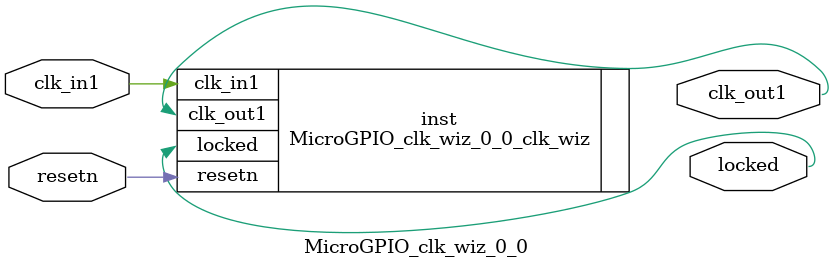
<source format=v>


`timescale 1ps/1ps

(* CORE_GENERATION_INFO = "MicroGPIO_clk_wiz_0_0,clk_wiz_v6_0_1_0_0,{component_name=MicroGPIO_clk_wiz_0_0,use_phase_alignment=true,use_min_o_jitter=false,use_max_i_jitter=false,use_dyn_phase_shift=false,use_inclk_switchover=false,use_dyn_reconfig=false,enable_axi=0,feedback_source=FDBK_AUTO,PRIMITIVE=MMCM,num_out_clk=1,clkin1_period=10.000,clkin2_period=10.000,use_power_down=false,use_reset=true,use_locked=true,use_inclk_stopped=false,feedback_type=SINGLE,CLOCK_MGR_TYPE=NA,manual_override=false}" *)

module MicroGPIO_clk_wiz_0_0 
 (
  // Clock out ports
  output        clk_out1,
  // Status and control signals
  input         resetn,
  output        locked,
 // Clock in ports
  input         clk_in1
 );

  MicroGPIO_clk_wiz_0_0_clk_wiz inst
  (
  // Clock out ports  
  .clk_out1(clk_out1),
  // Status and control signals               
  .resetn(resetn), 
  .locked(locked),
 // Clock in ports
  .clk_in1(clk_in1)
  );

endmodule

</source>
